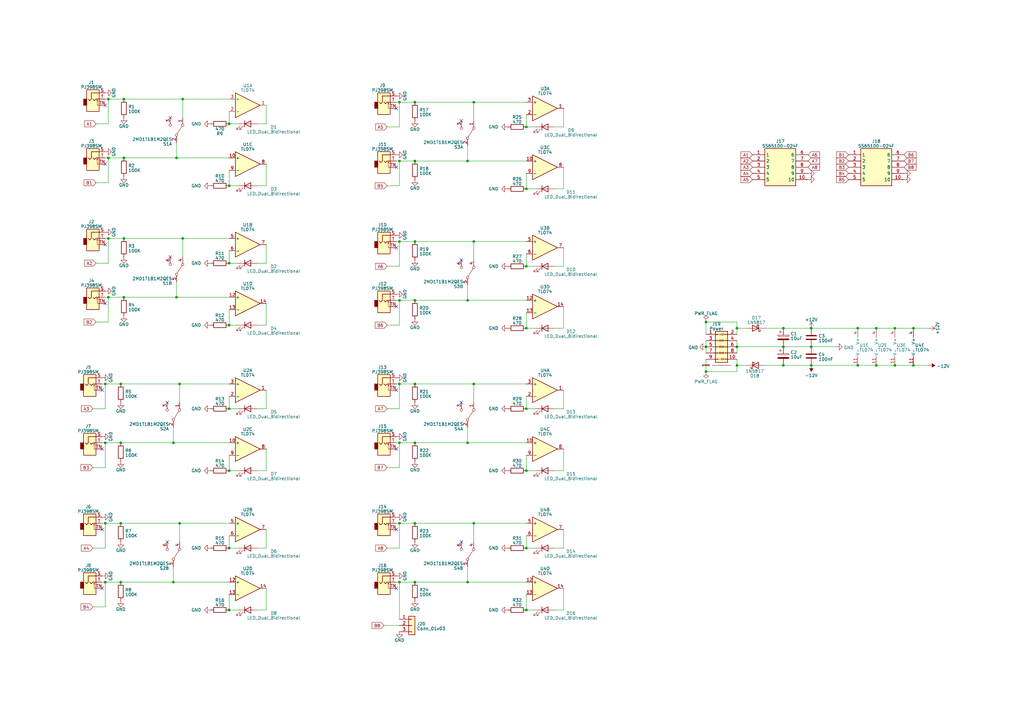
<source format=kicad_sch>
(kicad_sch (version 20230121) (generator eeschema)
  (paper "A3")
  (junction (at 170.18 123.19))
  (junction (at 49.53 157.48))
  (junction (at 215.9 250.19))
  (junction (at 74.93 97.79))
  (junction (at 194.31 41.91))
  (junction (at 72.39 64.77))
  (junction (at 93.98 250.19))
  (junction (at 332.74 142.24))
  (junction (at 163.83 238.76))
  (junction (at 93.98 76.2))
  (junction (at 74.93 40.64))
  (junction (at 170.18 214.63))
  (junction (at 49.53 181.61))
  (junction (at 194.31 99.06))
  (junction (at 49.53 238.76))
  (junction (at 93.98 224.79))
  (junction (at 71.12 238.76))
  (junction (at 374.65 149.86))
  (junction (at 163.83 157.48))
  (junction (at 215.9 52.07))
  (junction (at 170.18 99.06))
  (junction (at 163.83 41.91))
  (junction (at 359.41 149.86))
  (junction (at 73.66 157.48))
  (junction (at 215.9 193.04))
  (junction (at 163.83 99.06))
  (junction (at 49.53 214.63))
  (junction (at 289.56 142.24))
  (junction (at 44.45 40.64))
  (junction (at 44.45 97.79))
  (junction (at 332.74 149.86))
  (junction (at 93.98 107.95))
  (junction (at 72.39 121.92))
  (junction (at 44.45 121.92))
  (junction (at 215.9 134.62))
  (junction (at 302.26 134.62))
  (junction (at 191.77 181.61))
  (junction (at 194.31 157.48))
  (junction (at 321.31 149.86))
  (junction (at 50.8 97.79))
  (junction (at 191.77 66.04))
  (junction (at 170.18 181.61))
  (junction (at 170.18 66.04))
  (junction (at 93.98 193.04))
  (junction (at 215.9 109.22))
  (junction (at 332.74 134.62))
  (junction (at 289.56 132.08))
  (junction (at 191.77 238.76))
  (junction (at 289.56 152.4))
  (junction (at 170.18 238.76))
  (junction (at 302.26 142.24))
  (junction (at 93.98 133.35))
  (junction (at 93.98 167.64))
  (junction (at 374.65 134.62))
  (junction (at 194.31 214.63))
  (junction (at 215.9 77.47))
  (junction (at 359.41 134.62))
  (junction (at 50.8 121.92))
  (junction (at 163.83 123.19))
  (junction (at 351.79 134.62))
  (junction (at 50.8 64.77))
  (junction (at 321.31 134.62))
  (junction (at 170.18 157.48))
  (junction (at 43.18 214.63))
  (junction (at 71.12 181.61))
  (junction (at 93.98 50.8))
  (junction (at 191.77 123.19))
  (junction (at 367.03 149.86))
  (junction (at 44.45 64.77))
  (junction (at 43.18 181.61))
  (junction (at 43.18 157.48))
  (junction (at 50.8 40.64))
  (junction (at 170.18 41.91))
  (junction (at 351.79 149.86))
  (junction (at 321.31 142.24))
  (junction (at 163.83 214.63))
  (junction (at 163.83 66.04))
  (junction (at 367.03 134.62))
  (junction (at 215.9 167.64))
  (junction (at 73.66 214.63))
  (junction (at 43.18 238.76))
  (junction (at 302.26 149.86))
  (junction (at 215.9 224.79))
  (junction (at 163.83 181.61))
  (no_connect (at 43.18 124.46))
  (no_connect (at 41.91 217.17))
  (no_connect (at 189.23 222.25))
  (no_connect (at 68.58 165.1))
  (no_connect (at 162.56 101.6))
  (no_connect (at 162.56 184.15))
  (no_connect (at 68.58 222.25))
  (no_connect (at 162.56 44.45))
  (no_connect (at 189.23 106.68))
  (no_connect (at 41.91 184.15))
  (no_connect (at 43.18 43.18))
  (no_connect (at 43.18 67.31))
  (no_connect (at 162.56 125.73))
  (no_connect (at 162.56 160.02))
  (no_connect (at 162.56 217.17))
  (no_connect (at 69.85 48.26))
  (no_connect (at 162.56 68.58))
  (no_connect (at 69.85 105.41))
  (no_connect (at 189.23 49.53))
  (no_connect (at 162.56 241.3))
  (no_connect (at 43.18 100.33))
  (no_connect (at 41.91 241.3))
  (no_connect (at 189.23 165.1))
  (no_connect (at 41.91 160.02))
  (wire (pts (xy 215.9 224.79) (xy 215.9 219.71)))
  (wire (pts (xy 215.9 250.19) (xy 219.71 250.19)))
  (wire (pts (xy 109.22 224.79) (xy 109.22 217.17)))
  (wire (pts (xy 93.98 167.64) (xy 97.79 167.64)))
  (wire (pts (xy 109.22 133.35) (xy 109.22 124.46)))
  (wire (pts (xy 215.9 250.19) (xy 215.9 243.84)))
  (wire (pts (xy 163.83 191.77) (xy 163.83 181.61)))
  (wire (pts (xy 105.41 250.19) (xy 109.22 250.19)))
  (wire (pts (xy 71.12 181.61) (xy 93.98 181.61)))
  (wire (pts (xy 332.74 149.86) (xy 351.79 149.86)))
  (wire (pts (xy 194.31 99.06) (xy 215.9 99.06)))
  (wire (pts (xy 39.37 74.93) (xy 44.45 74.93)))
  (wire (pts (xy 43.18 214.63) (xy 49.53 214.63)))
  (wire (pts (xy 302.26 142.24) (xy 302.26 139.7)))
  (wire (pts (xy 43.18 181.61) (xy 41.91 181.61)))
  (wire (pts (xy 302.26 142.24) (xy 321.31 142.24)))
  (wire (pts (xy 359.41 149.86) (xy 367.03 149.86)))
  (wire (pts (xy 170.18 123.19) (xy 163.83 123.19)))
  (wire (pts (xy 105.41 133.35) (xy 109.22 133.35)))
  (wire (pts (xy 215.9 109.22) (xy 219.71 109.22)))
  (wire (pts (xy 49.53 157.48) (xy 73.66 157.48)))
  (wire (pts (xy 321.31 149.86) (xy 332.74 149.86)))
  (wire (pts (xy 191.77 232.41) (xy 191.77 238.76)))
  (wire (pts (xy 170.18 99.06) (xy 194.31 99.06)))
  (wire (pts (xy 50.8 121.92) (xy 44.45 121.92)))
  (wire (pts (xy 194.31 214.63) (xy 215.9 214.63)))
  (wire (pts (xy 313.69 134.62) (xy 321.31 134.62)))
  (wire (pts (xy 227.33 77.47) (xy 231.14 77.47)))
  (wire (pts (xy 374.65 134.62) (xy 381 134.62)))
  (wire (pts (xy 302.26 144.78) (xy 302.26 142.24)))
  (wire (pts (xy 44.45 121.92) (xy 43.18 121.92)))
  (wire (pts (xy 215.9 193.04) (xy 219.71 193.04)))
  (wire (pts (xy 194.31 99.06) (xy 194.31 106.68)))
  (wire (pts (xy 93.98 50.8) (xy 97.79 50.8)))
  (wire (pts (xy 109.22 76.2) (xy 109.22 67.31)))
  (wire (pts (xy 38.1 224.79) (xy 43.18 224.79)))
  (wire (pts (xy 93.98 107.95) (xy 97.79 107.95)))
  (wire (pts (xy 72.39 58.42) (xy 72.39 64.77)))
  (wire (pts (xy 231.14 224.79) (xy 231.14 217.17)))
  (wire (pts (xy 231.14 134.62) (xy 231.14 125.73)))
  (wire (pts (xy 163.83 76.2) (xy 163.83 66.04)))
  (wire (pts (xy 302.26 134.62) (xy 302.26 137.16)))
  (wire (pts (xy 109.22 193.04) (xy 109.22 184.15)))
  (wire (pts (xy 49.53 214.63) (xy 73.66 214.63)))
  (wire (pts (xy 44.45 50.8) (xy 44.45 40.64)))
  (wire (pts (xy 215.9 52.07) (xy 215.9 46.99)))
  (wire (pts (xy 191.77 66.04) (xy 215.9 66.04)))
  (wire (pts (xy 215.9 128.27) (xy 215.9 134.62)))
  (wire (pts (xy 215.9 52.07) (xy 219.71 52.07)))
  (wire (pts (xy 93.98 167.64) (xy 93.98 162.56)))
  (wire (pts (xy 215.9 167.64) (xy 215.9 162.56)))
  (wire (pts (xy 194.31 157.48) (xy 194.31 165.1)))
  (wire (pts (xy 158.75 52.07) (xy 163.83 52.07)))
  (wire (pts (xy 38.1 191.77) (xy 43.18 191.77)))
  (wire (pts (xy 163.83 123.19) (xy 162.56 123.19)))
  (wire (pts (xy 50.8 97.79) (xy 74.93 97.79)))
  (wire (pts (xy 215.9 167.64) (xy 219.71 167.64)))
  (wire (pts (xy 49.53 238.76) (xy 43.18 238.76)))
  (wire (pts (xy 105.41 107.95) (xy 109.22 107.95)))
  (wire (pts (xy 105.41 193.04) (xy 109.22 193.04)))
  (wire (pts (xy 93.98 250.19) (xy 97.79 250.19)))
  (wire (pts (xy 191.77 175.26) (xy 191.77 181.61)))
  (wire (pts (xy 313.69 149.86) (xy 321.31 149.86)))
  (wire (pts (xy 105.41 50.8) (xy 109.22 50.8)))
  (wire (pts (xy 93.98 107.95) (xy 93.98 102.87)))
  (wire (pts (xy 72.39 115.57) (xy 72.39 121.92)))
  (wire (pts (xy 231.14 167.64) (xy 231.14 160.02)))
  (wire (pts (xy 93.98 224.79) (xy 93.98 219.71)))
  (wire (pts (xy 50.8 40.64) (xy 74.93 40.64)))
  (wire (pts (xy 49.53 181.61) (xy 71.12 181.61)))
  (wire (pts (xy 374.65 149.86) (xy 381 149.86)))
  (wire (pts (xy 231.14 109.22) (xy 231.14 101.6)))
  (wire (pts (xy 93.98 250.19) (xy 93.98 243.84)))
  (wire (pts (xy 302.26 134.62) (xy 306.07 134.62)))
  (wire (pts (xy 43.18 238.76) (xy 41.91 238.76)))
  (wire (pts (xy 109.22 250.19) (xy 109.22 241.3)))
  (wire (pts (xy 72.39 121.92) (xy 93.98 121.92)))
  (wire (pts (xy 215.9 77.47) (xy 215.9 71.12)))
  (wire (pts (xy 170.18 41.91) (xy 194.31 41.91)))
  (wire (pts (xy 231.14 193.04) (xy 231.14 184.15)))
  (wire (pts (xy 231.14 52.07) (xy 231.14 44.45)))
  (wire (pts (xy 289.56 152.4) (xy 302.26 152.4)))
  (wire (pts (xy 43.18 224.79) (xy 43.18 214.63)))
  (wire (pts (xy 194.31 41.91) (xy 194.31 49.53)))
  (wire (pts (xy 367.03 149.86) (xy 374.65 149.86)))
  (wire (pts (xy 227.33 250.19) (xy 231.14 250.19)))
  (wire (pts (xy 227.33 134.62) (xy 231.14 134.62)))
  (wire (pts (xy 321.31 142.24) (xy 332.74 142.24)))
  (wire (pts (xy 215.9 77.47) (xy 219.71 77.47)))
  (wire (pts (xy 93.98 76.2) (xy 93.98 69.85)))
  (wire (pts (xy 158.75 167.64) (xy 163.83 167.64)))
  (wire (pts (xy 163.83 238.76) (xy 162.56 238.76)))
  (wire (pts (xy 109.22 50.8) (xy 109.22 43.18)))
  (wire (pts (xy 170.18 238.76) (xy 163.83 238.76)))
  (wire (pts (xy 73.66 214.63) (xy 93.98 214.63)))
  (wire (pts (xy 227.33 224.79) (xy 231.14 224.79)))
  (wire (pts (xy 44.45 107.95) (xy 44.45 97.79)))
  (wire (pts (xy 359.41 134.62) (xy 367.03 134.62)))
  (wire (pts (xy 215.9 193.04) (xy 215.9 186.69)))
  (wire (pts (xy 170.18 238.76) (xy 191.77 238.76)))
  (wire (pts (xy 93.98 133.35) (xy 93.98 127)))
  (wire (pts (xy 71.12 232.41) (xy 71.12 238.76)))
  (wire (pts (xy 163.83 238.76) (xy 163.83 254)))
  (wire (pts (xy 191.77 123.19) (xy 215.9 123.19)))
  (wire (pts (xy 191.77 59.69) (xy 191.77 66.04)))
  (wire (pts (xy 163.83 157.48) (xy 170.18 157.48)))
  (wire (pts (xy 170.18 123.19) (xy 191.77 123.19)))
  (wire (pts (xy 163.83 99.06) (xy 170.18 99.06)))
  (wire (pts (xy 215.9 224.79) (xy 219.71 224.79)))
  (wire (pts (xy 367.03 134.62) (xy 374.65 134.62)))
  (wire (pts (xy 43.18 167.64) (xy 43.18 157.48)))
  (wire (pts (xy 289.56 137.16) (xy 289.56 132.08)))
  (wire (pts (xy 170.18 181.61) (xy 163.83 181.61)))
  (wire (pts (xy 231.14 250.19) (xy 231.14 241.3)))
  (wire (pts (xy 93.98 50.8) (xy 93.98 45.72)))
  (wire (pts (xy 289.56 142.24) (xy 289.56 144.78)))
  (wire (pts (xy 163.83 66.04) (xy 162.56 66.04)))
  (wire (pts (xy 191.77 238.76) (xy 215.9 238.76)))
  (wire (pts (xy 93.98 193.04) (xy 97.79 193.04)))
  (wire (pts (xy 215.9 134.62) (xy 219.71 134.62)))
  (wire (pts (xy 227.33 167.64) (xy 231.14 167.64)))
  (wire (pts (xy 289.56 132.08) (xy 302.26 132.08)))
  (wire (pts (xy 158.75 133.35) (xy 163.83 133.35)))
  (wire (pts (xy 72.39 64.77) (xy 93.98 64.77)))
  (wire (pts (xy 41.91 214.63) (xy 43.18 214.63)))
  (wire (pts (xy 227.33 193.04) (xy 231.14 193.04)))
  (wire (pts (xy 302.26 149.86) (xy 302.26 147.32)))
  (wire (pts (xy 162.56 157.48) (xy 163.83 157.48)))
  (wire (pts (xy 163.83 109.22) (xy 163.83 99.06)))
  (wire (pts (xy 289.56 139.7) (xy 289.56 142.24)))
  (wire (pts (xy 332.74 142.24) (xy 342.9 142.24)))
  (wire (pts (xy 302.26 149.86) (xy 302.26 152.4)))
  (wire (pts (xy 50.8 64.77) (xy 72.39 64.77)))
  (wire (pts (xy 105.41 167.64) (xy 109.22 167.64)))
  (wire (pts (xy 194.31 157.48) (xy 215.9 157.48)))
  (wire (pts (xy 44.45 132.08) (xy 44.45 121.92)))
  (wire (pts (xy 50.8 64.77) (xy 44.45 64.77)))
  (wire (pts (xy 227.33 109.22) (xy 231.14 109.22)))
  (wire (pts (xy 163.83 224.79) (xy 163.83 214.63)))
  (wire (pts (xy 109.22 167.64) (xy 109.22 160.02)))
  (wire (pts (xy 93.98 224.79) (xy 97.79 224.79)))
  (wire (pts (xy 74.93 97.79) (xy 74.93 105.41)))
  (wire (pts (xy 74.93 40.64) (xy 74.93 48.26)))
  (wire (pts (xy 163.83 167.64) (xy 163.83 157.48)))
  (wire (pts (xy 38.1 167.64) (xy 43.18 167.64)))
  (wire (pts (xy 163.83 41.91) (xy 170.18 41.91)))
  (wire (pts (xy 49.53 181.61) (xy 43.18 181.61)))
  (wire (pts (xy 170.18 214.63) (xy 194.31 214.63)))
  (wire (pts (xy 321.31 134.62) (xy 332.74 134.62)))
  (wire (pts (xy 44.45 97.79) (xy 50.8 97.79)))
  (wire (pts (xy 43.18 40.64) (xy 44.45 40.64)))
  (wire (pts (xy 74.93 97.79) (xy 93.98 97.79)))
  (wire (pts (xy 73.66 214.63) (xy 73.66 222.25)))
  (wire (pts (xy 71.12 238.76) (xy 93.98 238.76)))
  (wire (pts (xy 44.45 40.64) (xy 50.8 40.64)))
  (wire (pts (xy 158.75 191.77) (xy 163.83 191.77)))
  (wire (pts (xy 93.98 133.35) (xy 97.79 133.35)))
  (wire (pts (xy 163.83 181.61) (xy 162.56 181.61)))
  (wire (pts (xy 215.9 109.22) (xy 215.9 104.14)))
  (wire (pts (xy 302.26 132.08) (xy 302.26 134.62)))
  (wire (pts (xy 162.56 41.91) (xy 163.83 41.91)))
  (wire (pts (xy 191.77 181.61) (xy 215.9 181.61)))
  (wire (pts (xy 170.18 181.61) (xy 191.77 181.61)))
  (wire (pts (xy 105.41 76.2) (xy 109.22 76.2)))
  (wire (pts (xy 163.83 133.35) (xy 163.83 123.19)))
  (wire (pts (xy 74.93 40.64) (xy 93.98 40.64)))
  (wire (pts (xy 93.98 76.2) (xy 97.79 76.2)))
  (wire (pts (xy 302.26 149.86) (xy 306.07 149.86)))
  (wire (pts (xy 170.18 66.04) (xy 163.83 66.04)))
  (wire (pts (xy 43.18 191.77) (xy 43.18 181.61)))
  (wire (pts (xy 351.79 149.86) (xy 359.41 149.86)))
  (wire (pts (xy 194.31 41.91) (xy 215.9 41.91)))
  (wire (pts (xy 43.18 97.79) (xy 44.45 97.79)))
  (wire (pts (xy 39.37 50.8) (xy 44.45 50.8)))
  (wire (pts (xy 44.45 64.77) (xy 43.18 64.77)))
  (wire (pts (xy 158.75 109.22) (xy 163.83 109.22)))
  (wire (pts (xy 163.83 52.07) (xy 163.83 41.91)))
  (wire (pts (xy 170.18 157.48) (xy 194.31 157.48)))
  (wire (pts (xy 105.41 224.79) (xy 109.22 224.79)))
  (wire (pts (xy 44.45 74.93) (xy 44.45 64.77)))
  (wire (pts (xy 227.33 52.07) (xy 231.14 52.07)))
  (wire (pts (xy 109.22 107.95) (xy 109.22 100.33)))
  (wire (pts (xy 39.37 107.95) (xy 44.45 107.95)))
  (wire (pts (xy 39.37 132.08) (xy 44.45 132.08)))
  (wire (pts (xy 73.66 157.48) (xy 93.98 157.48)))
  (wire (pts (xy 163.83 214.63) (xy 170.18 214.63)))
  (wire (pts (xy 73.66 157.48) (xy 73.66 165.1)))
  (wire (pts (xy 158.75 224.79) (xy 163.83 224.79)))
  (wire (pts (xy 194.31 214.63) (xy 194.31 222.25)))
  (wire (pts (xy 231.14 77.47) (xy 231.14 68.58)))
  (wire (pts (xy 38.1 248.92) (xy 43.18 248.92)))
  (wire (pts (xy 71.12 175.26) (xy 71.12 181.61)))
  (wire (pts (xy 351.79 134.62) (xy 359.41 134.62)))
  (wire (pts (xy 49.53 238.76) (xy 71.12 238.76)))
  (wire (pts (xy 289.56 147.32) (xy 289.56 152.4)))
  (wire (pts (xy 93.98 193.04) (xy 93.98 186.69)))
  (wire (pts (xy 41.91 157.48) (xy 43.18 157.48)))
  (wire (pts (xy 158.75 76.2) (xy 163.83 76.2)))
  (wire (pts (xy 43.18 248.92) (xy 43.18 238.76)))
  (wire (pts (xy 157.48 256.54) (xy 163.83 256.54)))
  (wire (pts (xy 162.56 214.63) (xy 163.83 214.63)))
  (wire (pts (xy 191.77 116.84) (xy 191.77 123.19)))
  (wire (pts (xy 43.18 157.48) (xy 49.53 157.48)))
  (wire (pts (xy 50.8 121.92) (xy 72.39 121.92)))
  (wire (pts (xy 170.18 66.04) (xy 191.77 66.04)))
  (wire (pts (xy 162.56 99.06) (xy 163.83 99.06)))
  (wire (pts (xy 332.74 134.62) (xy 351.79 134.62)))
  (global_label "A8" (shape input) (at 158.75 224.79 180) (property "Intersheetrefs" "${INTERSHEET_REFS}" (effects hide)))
  (global_label "B5" (shape input) (at 347.98 73.66 180) (property "Intersheetrefs" "${INTERSHEET_REFS}" (effects hide)))
  (global_label "A7" (shape input) (at 331.47 66.04 0) (property "Intersheetrefs" "${INTERSHEET_REFS}" (effects hide)))
  (global_label "B6" (shape input) (at 370.84 63.5 0) (property "Intersheetrefs" "${INTERSHEET_REFS}" (effects hide)))
  (global_label "B8" (shape input) (at 370.84 68.58 0) (property "Intersheetrefs" "${INTERSHEET_REFS}" (effects hide)))
  (global_label "B7" (shape input) (at 158.75 191.77 180) (property "Intersheetrefs" "${INTERSHEET_REFS}" (effects hide)))
  (global_label "A1" (shape input) (at 39.37 50.8 180) (property "Intersheetrefs" "${INTERSHEET_REFS}" (effects hide)))
  (global_label "B5" (shape input) (at 158.75 76.2 180) (property "Intersheetrefs" "${INTERSHEET_REFS}" (effects hide)))
  (global_label "B1" (shape input) (at 39.37 74.93 180) (property "Intersheetrefs" "${INTERSHEET_REFS}" (effects hide)))
  (global_label "B7" (shape input) (at 370.84 66.04 0) (property "Intersheetrefs" "${INTERSHEET_REFS}" (effects hide)))
  (global_label "A3" (shape input) (at 308.61 68.58 180) (property "Intersheetrefs" "${INTERSHEET_REFS}" (effects hide)))
  (global_label "A5" (shape input) (at 158.75 52.07 180) (property "Intersheetrefs" "${INTERSHEET_REFS}" (effects hide)))
  (global_label "B4" (shape input) (at 38.1 248.92 180) (property "Intersheetrefs" "${INTERSHEET_REFS}" (effects hide)))
  (global_label "A6" (shape input) (at 331.47 63.5 0) (property "Intersheetrefs" "${INTERSHEET_REFS}" (effects hide)))
  (global_label "A2" (shape input) (at 39.37 107.95 180) (property "Intersheetrefs" "${INTERSHEET_REFS}" (effects hide)))
  (global_label "B4" (shape input) (at 347.98 71.12 180) (property "Intersheetrefs" "${INTERSHEET_REFS}" (effects hide)))
  (global_label "A4" (shape input) (at 38.1 224.79 180) (property "Intersheetrefs" "${INTERSHEET_REFS}" (effects hide)))
  (global_label "B2" (shape input) (at 39.37 132.08 180) (property "Intersheetrefs" "${INTERSHEET_REFS}" (effects hide)))
  (global_label "A4" (shape input) (at 308.61 71.12 180) (property "Intersheetrefs" "${INTERSHEET_REFS}" (effects hide)))
  (global_label "B6" (shape input) (at 158.75 133.35 180) (property "Intersheetrefs" "${INTERSHEET_REFS}" (effects hide)))
  (global_label "B2" (shape input) (at 347.98 66.04 180) (property "Intersheetrefs" "${INTERSHEET_REFS}" (effects hide)))
  (global_label "A1" (shape input) (at 308.61 63.5 180) (property "Intersheetrefs" "${INTERSHEET_REFS}" (effects hide)))
  (global_label "B1" (shape input) (at 347.98 63.5 180) (property "Intersheetrefs" "${INTERSHEET_REFS}" (effects hide)))
  (global_label "B8" (shape input) (at 157.48 256.54 180) (property "Intersheetrefs" "${INTERSHEET_REFS}" (effects hide)))
  (global_label "A7" (shape input) (at 158.75 167.64 180) (property "Intersheetrefs" "${INTERSHEET_REFS}" (effects hide)))
  (global_label "A8" (shape input) (at 331.47 68.58 0) (property "Intersheetrefs" "${INTERSHEET_REFS}" (effects hide)))
  (global_label "A3" (shape input) (at 38.1 167.64 180) (property "Intersheetrefs" "${INTERSHEET_REFS}" (effects hide)))
  (global_label "A2" (shape input) (at 308.61 66.04 180) (property "Intersheetrefs" "${INTERSHEET_REFS}" (effects hide)))
  (global_label "A5" (shape input) (at 308.61 73.66 180) (property "Intersheetrefs" "${INTERSHEET_REFS}" (effects hide)))
  (global_label "B3" (shape input) (at 38.1 191.77 180) (property "Intersheetrefs" "${INTERSHEET_REFS}" (effects hide)))
  (global_label "A6" (shape input) (at 158.75 109.22 180) (property "Intersheetrefs" "${INTERSHEET_REFS}" (effects hide)))
  (global_label "B3" (shape input) (at 347.98 68.58 180) (property "Intersheetrefs" "${INTERSHEET_REFS}" (effects hide)))
  (symbol (lib_id "Switch:SW_DPDT_x2") (at 191.77 227.33 270) (mirror x) (unit 2)
    (property "Reference" "S4" (at 189.992 233.0537 90) (effects (justify right)))
    (property "Value" "2MD1T1B1M2QES" (at 189.992 231.1327 90) (effects (justify right)))
    (property "Footprint" "2MD1T1B1M2QES:2MD1T1B1M2QES" (effects hide))
    (property "Height" "23.63" (effects hide))
    (property "Mouser Part Number" "118-2MD1T1B1M2QES" (effects hide))
    (property "Mouser Price/Stock" "https://www.mouser.co.uk/ProductDetail/Dailywell/2MD1T1B1M2QES?qs=B6kkDfuK7%2FBWMyk0fkGr3g%3D%3D" (effects hide))
    (property "Manufacturer_Name" "Dailywell" (effects hide))
    (property "Manufacturer_Part_Number" "2MD1T1B1M2QES" (effects hide))
  )
  (symbol (lib_id "Device:LED") (at 223.52 224.79 0) (unit 1)
    (property "Reference" "D14" (at 234.1753 226.1235 0))
    (property "Value" "LED_Dual_Bidirectional" (at 234.1753 228.0445 0))
    (property "Footprint" "LED_THT:LED_D3.0mm" (effects hide))
  )
  (symbol (lib_id "Ethernet SS65100-024F:SS65100-024F") (at 347.98 63.5 0) (unit 1)
    (property "Reference" "J18" (at 359.41 57.9501 0))
    (property "Value" "SS65100-024F" (at 359.41 59.8711 0))
    (property "Footprint" "SS65100-024F:SS65100024F" (effects hide))
    (property "Datasheet" "https://belfuse.com/resources/drawings/stewartconnector/dr-stw-ss65100-024f-ss65100-027f.pdf" (effects hide))
    (property "Height" "17" (effects hide))
    (property "Mouser Part Number" "530-SS65100-024F" (effects hide))
    (property "Mouser Price/Stock" "https://www.mouser.co.uk/ProductDetail/Stewart-Connector-Bel/SS65100-024F?qs=FESYatJ8odJ0ER7xQ6MZTA%3D%3D" (effects hide))
    (property "Manufacturer_Name" "BelFuse" (effects hide))
    (property "Manufacturer_Part_Number" "SS65100-024F" (effects hide))
  )
  (symbol (lib_id "Connector_Audio:AudioJack2_SwitchT") (at 38.1 121.92 0) (unit 1)
    (property "Reference" "J4" (at 37.465 115.1001 0))
    (property "Value" "PJ398SM" (at 37.465 117.0211 0))
    (property "Footprint" "PJ398SM:Jack_3.5mm_QingPu_WQP-PJ398SM_Vertical_CircularHoles_3dModel" (effects hide))
  )
  (symbol (lib_id "PCM_4ms_Power-symbol:GND") (at 342.9 142.24 90) (unit 1)
    (property "Reference" "#PWR053" (effects hide))
    (property "Value" "GND" (at 346.075 142.5568 90) (effects (justify right)))
  )
  (symbol (lib_id "PCM_4ms_Power-symbol:GND") (at 170.18 246.38 0) (unit 1)
    (property "Reference" "#PWR040" (effects hide))
    (property "Value" "GND" (at 170.18 249.8819 0))
  )
  (symbol (lib_id "PCM_4ms_Power-symbol:GND") (at 86.36 224.79 270) (unit 1)
    (property "Reference" "#PWR019" (effects hide))
    (property "Value" "GND" (at 82.55 224.79 90) (effects (justify right)))
  )
  (symbol (lib_id "Switch:SW_DPDT_x2") (at 72.39 110.49 270) (mirror x) (unit 2)
    (property "Reference" "S1" (at 70.612 116.2137 90) (effects (justify right)))
    (property "Value" "2MD1T1B1M2QES" (at 70.612 114.2927 90) (effects (justify right)))
    (property "Footprint" "2MD1T1B1M2QES:2MD1T1B1M2QES" (effects hide))
    (property "Height" "23.63" (effects hide))
    (property "Mouser Part Number" "118-2MD1T1B1M2QES" (effects hide))
    (property "Mouser Price/Stock" "https://www.mouser.co.uk/ProductDetail/Dailywell/2MD1T1B1M2QES?qs=B6kkDfuK7%2FBWMyk0fkGr3g%3D%3D" (effects hide))
    (property "Manufacturer_Name" "Dailywell" (effects hide))
    (property "Manufacturer_Part_Number" "2MD1T1B1M2QES" (effects hide))
  )
  (symbol (lib_id "Device:R") (at 49.53 185.42 180) (unit 1)
    (property "Reference" "R6" (at 51.308 184.7763 0) (effects (justify right)))
    (property "Value" "100K" (at 51.308 186.6973 0) (effects (justify right)))
    (property "Footprint" "Resistor_SMD:R_0603_1608Metric" (effects hide))
    (property "LCSC" "C25803" (effects hide))
  )
  (symbol (lib_id "Connector_Audio:AudioJack2_SwitchT") (at 157.48 66.04 0) (unit 1)
    (property "Reference" "J11" (at 156.845 59.2201 0))
    (property "Value" "PJ398SM" (at 156.845 61.1411 0))
    (property "Footprint" "PJ398SM:Jack_3.5mm_QingPu_WQP-PJ398SM_Vertical_CircularHoles_3dModel" (effects hide))
  )
  (symbol (lib_id "Device:R") (at 170.18 102.87 180) (unit 1)
    (property "Reference" "R19" (at 171.958 102.2263 0) (effects (justify right)))
    (property "Value" "100K" (at 171.958 104.1473 0) (effects (justify right)))
    (property "Footprint" "Resistor_SMD:R_0603_1608Metric" (effects hide))
    (property "LCSC" "C25803" (effects hide))
  )
  (symbol (lib_id "Amplifier_Operational:TL074") (at 101.6 241.3 0) (unit 4)
    (property "Reference" "U2" (at 101.6 233.2101 0))
    (property "Value" "TL074" (at 101.6 235.1311 0))
    (property "Footprint" "Package_SO:SO-14_3.9x8.65mm_P1.27mm" (effects hide))
    (property "Datasheet" "http://www.ti.com/lit/ds/symlink/tl071.pdf" (effects hide))
    (property "LCSC" "C6964" (effects hide))
  )
  (symbol (lib_id "PCM_4ms_Power-symbol:GND") (at 208.28 224.79 270) (unit 1)
    (property "Reference" "#PWR047" (effects hide))
    (property "Value" "GND" (at 204.47 224.79 90) (effects (justify right)))
  )
  (symbol (lib_id "PCM_4ms_Power-symbol:GND") (at 170.18 222.25 0) (mirror y) (unit 1)
    (property "Reference" "#PWR039" (effects hide))
    (property "Value" "GND" (at 170.18 225.7519 0))
  )
  (symbol (lib_id "PCM_4ms_Power-symbol:GND") (at 162.56 154.94 90) (mirror x) (unit 1)
    (property "Reference" "#PWR029" (effects hide))
    (property "Value" "GND" (at 166.0619 154.94 0))
  )
  (symbol (lib_id "PCM_4ms_Power-symbol:GND") (at 289.56 142.24 270) (unit 1)
    (property "Reference" "#PWR058" (effects hide))
    (property "Value" "GND" (at 286.3851 142.5568 90) (effects (justify right)))
  )
  (symbol (lib_id "power:+12V") (at 332.74 134.62 0) (unit 1)
    (property "Reference" "#PWR051" (effects hide))
    (property "Value" "+12V" (at 332.74 131.1181 0))
  )
  (symbol (lib_id "PCM_4ms_Power-symbol:GND") (at 50.8 48.26 0) (mirror y) (unit 1)
    (property "Reference" "#PWR013" (effects hide))
    (property "Value" "GND" (at 50.8 51.7619 0))
  )
  (symbol (lib_id "PCM_4ms_Power-symbol:GND") (at 43.18 95.25 90) (mirror x) (unit 1)
    (property "Reference" "#PWR07" (effects hide))
    (property "Value" "GND" (at 46.6819 95.25 0))
  )
  (symbol (lib_id "Device:R") (at 170.18 185.42 180) (unit 1)
    (property "Reference" "R22" (at 171.958 184.7763 0) (effects (justify right)))
    (property "Value" "100K" (at 171.958 186.6973 0) (effects (justify right)))
    (property "Footprint" "Resistor_SMD:R_0603_1608Metric" (effects hide))
    (property "LCSC" "C25803" (effects hide))
  )
  (symbol (lib_id "Device:R") (at 90.17 107.95 270) (mirror x) (unit 1)
    (property "Reference" "R11" (at 90.17 103.9241 90))
    (property "Value" "470" (at 90.17 105.8451 90))
    (property "Footprint" "Resistor_SMD:R_0603_1608Metric" (effects hide))
    (property "LCSC" "C23179" (effects hide))
  )
  (symbol (lib_id "Device:R") (at 170.18 127 180) (unit 1)
    (property "Reference" "R20" (at 171.958 126.3563 0) (effects (justify right)))
    (property "Value" "100K" (at 171.958 128.2773 0) (effects (justify right)))
    (property "Footprint" "Resistor_SMD:R_0603_1608Metric" (effects hide))
    (property "LCSC" "C25803" (effects hide))
  )
  (symbol (lib_id "PCM_4ms_Power-symbol:GND") (at 86.36 193.04 270) (unit 1)
    (property "Reference" "#PWR018" (effects hide))
    (property "Value" "GND" (at 82.55 193.04 90) (effects (justify right)))
  )
  (symbol (lib_id "PCM_4ms_Power-symbol:GND") (at 170.18 49.53 0) (mirror y) (unit 1)
    (property "Reference" "#PWR033" (effects hide))
    (property "Value" "GND" (at 170.18 53.0319 0))
  )
  (symbol (lib_id "Amplifier_Operational:TL074") (at 354.33 142.24 0) (unit 5)
    (property "Reference" "U1" (at 352.425 141.5963 0) (effects (justify left)))
    (property "Value" "TL074" (at 352.425 143.5173 0) (effects (justify left)))
    (property "Footprint" "Package_SO:SO-14_3.9x8.65mm_P1.27mm" (effects hide))
    (property "Datasheet" "http://www.ti.com/lit/ds/symlink/tl071.pdf" (effects hide))
    (property "LCSC" "C6964" (effects hide))
  )
  (symbol (lib_id "PCM_4ms_Power-symbol:GND") (at 43.18 62.23 90) (unit 1)
    (property "Reference" "#PWR06" (effects hide))
    (property "Value" "GND" (at 46.6819 62.23 0))
  )
  (symbol (lib_id "Switch:SW_DPDT_x2") (at 191.77 111.76 270) (mirror x) (unit 2)
    (property "Reference" "S3" (at 189.992 117.4837 90) (effects (justify right)))
    (property "Value" "2MD1T1B1M2QES" (at 189.992 115.5627 90) (effects (justify right)))
    (property "Footprint" "2MD1T1B1M2QES:2MD1T1B1M2QES" (effects hide))
    (property "Height" "23.63" (effects hide))
    (property "Mouser Part Number" "118-2MD1T1B1M2QES" (effects hide))
    (property "Mouser Price/Stock" "https://www.mouser.co.uk/ProductDetail/Dailywell/2MD1T1B1M2QES?qs=B6kkDfuK7%2FBWMyk0fkGr3g%3D%3D" (effects hide))
    (property "Manufacturer_Name" "Dailywell" (effects hide))
    (property "Manufacturer_Part_Number" "2MD1T1B1M2QES" (effects hide))
  )
  (symbol (lib_id "PCM_4ms_Power-symbol:GND") (at 43.18 38.1 90) (mirror x) (unit 1)
    (property "Reference" "#PWR05" (effects hide))
    (property "Value" "GND" (at 46.6819 38.1 0))
  )
  (symbol (lib_id "PCM_4ms_Power-symbol:GND") (at 331.47 71.12 90) (mirror x) (unit 1)
    (property "Reference" "#PWR049" (effects hide))
    (property "Value" "GND" (effects hide))
  )
  (symbol (lib_id "Device:LED") (at 101.6 224.79 0) (unit 1)
    (property "Reference" "D6" (at 112.2553 226.1235 0))
    (property "Value" "LED_Dual_Bidirectional" (at 112.2553 228.0445 0))
    (property "Footprint" "LED_THT:LED_D3.0mm" (effects hide))
  )
  (symbol (lib_id "PCM_4ms_Power-symbol:GND") (at 41.91 212.09 90) (mirror x) (unit 1)
    (property "Reference" "#PWR03" (effects hide))
    (property "Value" "GND" (at 45.4119 212.09 0))
  )
  (symbol (lib_id "PCM_4ms_Power-symbol:GND") (at 370.84 71.12 90) (mirror x) (unit 1)
    (property "Reference" "#PWR054" (effects hide))
    (property "Value" "GND" (effects hide))
  )
  (symbol (lib_id "Device:R") (at 170.18 161.29 180) (unit 1)
    (property "Reference" "R21" (at 171.958 160.6463 0) (effects (justify right)))
    (property "Value" "100K" (at 171.958 162.5673 0) (effects (justify right)))
    (property "Footprint" "Resistor_SMD:R_0603_1608Metric" (effects hide))
    (property "LCSC" "C25803" (effects hide))
  )
  (symbol (lib_id "PCM_4ms_Power-symbol:GND") (at 50.8 105.41 0) (mirror y) (unit 1)
    (property "Reference" "#PWR015" (effects hide))
    (property "Value" "GND" (at 50.8 108.9119 0))
  )
  (symbol (lib_id "PCM_4ms_Power-symbol:GND") (at 170.18 189.23 0) (unit 1)
    (property "Reference" "#PWR038" (effects hide))
    (property "Value" "GND" (at 170.18 192.7319 0))
  )
  (symbol (lib_id "Amplifier_Operational:TL074") (at 223.52 184.15 0) (unit 3)
    (property "Reference" "U4" (at 223.52 176.0601 0))
    (property "Value" "TL074" (at 223.52 177.9811 0))
    (property "Footprint" "Package_SO:SO-14_3.9x8.65mm_P1.27mm" (effects hide))
    (property "Datasheet" "http://www.ti.com/lit/ds/symlink/tl071.pdf" (effects hide))
    (property "LCSC" "C6964" (effects hide))
  )
  (symbol (lib_id "Amplifier_Operational:TL074") (at 101.6 43.18 0) (unit 1)
    (property "Reference" "U1" (at 101.6 35.0901 0))
    (property "Value" "TL074" (at 101.6 37.0111 0))
    (property "Footprint" "Package_SO:SO-14_3.9x8.65mm_P1.27mm" (effects hide))
    (property "Datasheet" "http://www.ti.com/lit/ds/symlink/tl071.pdf" (effects hide))
    (property "LCSC" "C6964" (effects hide))
  )
  (symbol (lib_id "power:-12V") (at 381 149.86 270) (unit 1)
    (property "Reference" "#PWR057" (effects hide))
    (property "Value" "-12V" (at 384.175 150.1768 90) (effects (justify left)))
  )
  (symbol (lib_id "Device:R") (at 212.09 109.22 270) (mirror x) (unit 1)
    (property "Reference" "R27" (at 212.09 105.1941 90))
    (property "Value" "470" (at 212.09 107.1151 90))
    (property "Footprint" "Resistor_SMD:R_0603_1608Metric" (effects hide))
    (property "LCSC" "C23179" (effects hide))
  )
  (symbol (lib_id "Switch:SW_DPDT_x2") (at 72.39 53.34 270) (mirror x) (unit 1)
    (property "Reference" "S1" (at 70.612 59.0637 90) (effects (justify right)))
    (property "Value" "2MD1T1B1M2QES" (at 70.612 57.1427 90) (effects (justify right)))
    (property "Footprint" "2MD1T1B1M2QES:2MD1T1B1M2QES" (effects hide))
    (property "Height" "23.63" (effects hide))
    (property "Mouser Part Number" "118-2MD1T1B1M2QES" (effects hide))
    (property "Mouser Price/Stock" "https://www.mouser.co.uk/ProductDetail/Dailywell/2MD1T1B1M2QES?qs=B6kkDfuK7%2FBWMyk0fkGr3g%3D%3D" (effects hide))
    (property "Manufacturer_Name" "Dailywell" (effects hide))
    (property "Manufacturer_Part_Number" "2MD1T1B1M2QES" (effects hide))
  )
  (symbol (lib_id "Device:LED") (at 223.52 77.47 0) (unit 1)
    (property "Reference" "D11" (at 234.1753 78.8035 0))
    (property "Value" "LED_Dual_Bidirectional" (at 234.1753 80.7245 0))
    (property "Footprint" "LED_THT:LED_D3.0mm" (effects hide))
  )
  (symbol (lib_id "power:+12V") (at 381 134.62 270) (unit 1)
    (property "Reference" "#PWR056" (effects hide))
    (property "Value" "+12V" (at 384.5019 134.62 0))
  )
  (symbol (lib_id "Connector_Audio:AudioJack2_SwitchT") (at 157.48 99.06 0) (unit 1)
    (property "Reference" "J10" (at 156.845 92.2401 0))
    (property "Value" "PJ398SM" (at 156.845 94.1611 0))
    (property "Footprint" "PJ398SM:Jack_3.5mm_QingPu_WQP-PJ398SM_Vertical_CircularHoles_3dModel" (effects hide))
  )
  (symbol (lib_id "Connector_Audio:AudioJack2_SwitchT") (at 36.83 214.63 0) (unit 1)
    (property "Reference" "J6" (at 36.195 207.8101 0))
    (property "Value" "PJ398SM" (at 36.195 209.7311 0))
    (property "Footprint" "PJ398SM:Jack_3.5mm_QingPu_WQP-PJ398SM_Vertical_CircularHoles_3dModel" (effects hide))
  )
  (symbol (lib_id "Connector_Audio:AudioJack2_SwitchT") (at 157.48 41.91 0) (unit 1)
    (property "Reference" "J9" (at 156.845 35.0901 0))
    (property "Value" "PJ398SM" (at 156.845 37.0111 0))
    (property "Footprint" "PJ398SM:Jack_3.5mm_QingPu_WQP-PJ398SM_Vertical_CircularHoles_3dModel" (effects hide))
  )
  (symbol (lib_id "PCM_4ms_Power-symbol:GND") (at 86.36 167.64 270) (unit 1)
    (property "Reference" "#PWR017" (effects hide))
    (property "Value" "GND" (at 82.55 167.64 90) (effects (justify right)))
  )
  (symbol (lib_id "Ethernet SS65100-024F:SS65100-024F") (at 308.61 63.5 0) (unit 1)
    (property "Reference" "J17" (at 320.04 57.9501 0))
    (property "Value" "SS65100-024F" (at 320.04 59.8711 0))
    (property "Footprint" "SS65100-024F:SS65100024F" (effects hide))
    (property "Datasheet" "https://belfuse.com/resources/drawings/stewartconnector/dr-stw-ss65100-024f-ss65100-027f.pdf" (effects hide))
    (property "Height" "17" (effects hide))
    (property "Mouser Part Number" "530-SS65100-024F" (effects hide))
    (property "Mouser Price/Stock" "https://www.mouser.co.uk/ProductDetail/Stewart-Connector-Bel/SS65100-024F?qs=FESYatJ8odJ0ER7xQ6MZTA%3D%3D" (effects hide))
    (property "Manufacturer_Name" "BelFuse" (effects hide))
    (property "Manufacturer_Part_Number" "SS65100-024F" (effects hide))
  )
  (symbol (lib_id "PCM_4ms_Power-symbol:GND") (at 41.91 236.22 90) (unit 1)
    (property "Reference" "#PWR04" (effects hide))
    (property "Value" "GND" (at 45.4119 236.22 0))
  )
  (symbol (lib_id "Device:LED") (at 101.6 250.19 0) (unit 1)
    (property "Reference" "D8" (at 112.2553 251.5235 0))
    (property "Value" "LED_Dual_Bidirectional" (at 112.2553 253.4445 0))
    (property "Footprint" "LED_THT:LED_D3.0mm" (effects hide))
  )
  (symbol (lib_id "Device:R") (at 212.09 77.47 90) (unit 1)
    (property "Reference" "R26" (at 212.09 73.4441 90))
    (property "Value" "470" (at 212.09 75.3651 90))
    (property "Footprint" "Resistor_SMD:R_0603_1608Metric" (effects hide))
    (property "LCSC" "C23179" (effects hide))
  )
  (symbol (lib_id "Amplifier_Operational:TL074") (at 101.6 124.46 0) (unit 4)
    (property "Reference" "U1" (at 101.6 116.3701 0))
    (property "Value" "TL074" (at 101.6 118.2911 0))
    (property "Footprint" "Package_SO:SO-14_3.9x8.65mm_P1.27mm" (effects hide))
    (property "Datasheet" "http://www.ti.com/lit/ds/symlink/tl071.pdf" (effects hide))
    (property "LCSC" "C6964" (effects hide))
  )
  (symbol (lib_id "Switch:SW_DPDT_x2") (at 71.12 227.33 270) (mirror x) (unit 2)
    (property "Reference" "S2" (at 69.342 233.0537 90) (effects (justify right)))
    (property "Value" "2MD1T1B1M2QES" (at 69.342 231.1327 90) (effects (justify right)))
    (property "Footprint" "2MD1T1B1M2QES:2MD1T1B1M2QES" (effects hide))
    (property "Height" "23.63" (effects hide))
    (property "Mouser Part Number" "118-2MD1T1B1M2QES" (effects hide))
    (property "Mouser Price/Stock" "https://www.mouser.co.uk/ProductDetail/Dailywell/2MD1T1B1M2QES?qs=B6kkDfuK7%2FBWMyk0fkGr3g%3D%3D" (effects hide))
    (property "Manufacturer_Name" "Dailywell" (effects hide))
    (property "Manufacturer_Part_Number" "2MD1T1B1M2QES" (effects hide))
  )
  (symbol (lib_id "Device:LED") (at 101.6 167.64 0) (unit 1)
    (property "Reference" "D5" (at 112.2553 168.9735 0))
    (property "Value" "LED_Dual_Bidirectional" (at 112.2553 170.8945 0))
    (property "Footprint" "LED_THT:LED_D3.0mm" (effects hide))
  )
  (symbol (lib_id "power:-12V") (at 332.74 149.86 180) (unit 1)
    (property "Reference" "#PWR052" (effects hide))
    (property "Value" "-12V" (at 332.74 153.9955 0))
  )
  (symbol (lib_id "Switch:SW_DPDT_x2") (at 191.77 170.18 270) (mirror x) (unit 1)
    (property "Reference" "S4" (at 189.992 175.9037 90) (effects (justify right)))
    (property "Value" "2MD1T1B1M2QES" (at 189.992 173.9827 90) (effects (justify right)))
    (property "Footprint" "2MD1T1B1M2QES:2MD1T1B1M2QES" (effects hide))
    (property "Height" "23.63" (effects hide))
    (property "Mouser Part Number" "118-2MD1T1B1M2QES" (effects hide))
    (property "Mouser Price/Stock" "https://www.mouser.co.uk/ProductDetail/Dailywell/2MD1T1B1M2QES?qs=B6kkDfuK7%2FBWMyk0fkGr3g%3D%3D" (effects hide))
    (property "Manufacturer_Name" "Dailywell" (effects hide))
    (property "Manufacturer_Part_Number" "2MD1T1B1M2QES" (effects hide))
  )
  (symbol (lib_id "PCM_4ms_Power-symbol:GND") (at 86.36 50.8 270) (unit 1)
    (property "Reference" "#PWR021" (effects hide))
    (property "Value" "GND" (at 82.55 50.8 90) (effects (justify right)))
  )
  (symbol (lib_id "PCM_4ms_Power-symbol:GND") (at 162.56 179.07 90) (unit 1)
    (property "Reference" "#PWR030" (effects hide))
    (property "Value" "GND" (at 166.0619 179.07 0))
  )
  (symbol (lib_id "Amplifier_Operational:TL074") (at 223.52 101.6 0) (unit 2)
    (property "Reference" "U3" (at 223.52 93.5101 0))
    (property "Value" "TL074" (at 223.52 95.4311 0))
    (property "Footprint" "Package_SO:SO-14_3.9x8.65mm_P1.27mm" (effects hide))
    (property "Datasheet" "http://www.ti.com/lit/ds/symlink/tl071.pdf" (effects hide))
    (property "LCSC" "C6964" (effects hide))
  )
  (symbol (lib_id "Device:R") (at 90.17 76.2 90) (unit 1)
    (property "Reference" "R10" (at 90.17 72.1741 90))
    (property "Value" "470" (at 90.17 74.0951 90))
    (property "Footprint" "Resistor_SMD:R_0603_1608Metric" (effects hide))
    (property "LCSC" "C23179" (effects hide))
  )
  (symbol (lib_id "Device:R") (at 90.17 193.04 90) (unit 1)
    (property "Reference" "R14" (at 90.17 189.0141 90))
    (property "Value" "470" (at 90.17 190.9351 90))
    (property "Footprint" "Resistor_SMD:R_0603_1608Metric" (effects hide))
    (property "LCSC" "C23179" (effects hide))
  )
  (symbol (lib_id "Connector_Audio:AudioJack2_SwitchT") (at 38.1 97.79 0) (unit 1)
    (property "Reference" "J2" (at 37.465 90.9701 0))
    (property "Value" "PJ398SM" (at 37.465 92.8911 0))
    (property "Footprint" "PJ398SM:Jack_3.5mm_QingPu_WQP-PJ398SM_Vertical_CircularHoles_3dModel" (effects hide))
  )
  (symbol (lib_id "PCM_4ms_Power-symbol:GND") (at 208.28 167.64 270) (unit 1)
    (property "Reference" "#PWR045" (effects hide))
    (property "Value" "GND" (at 204.47 167.64 90) (effects (justify right)))
  )
  (symbol (lib_id "Device:R") (at 212.09 224.79 270) (mirror x) (unit 1)
    (property "Reference" "R31" (at 212.09 220.7641 90))
    (property "Value" "470" (at 212.09 222.6851 90))
    (property "Footprint" "Resistor_SMD:R_0603_1608Metric" (effects hide))
    (property "LCSC" "C23179" (effects hide))
  )
  (symbol (lib_id "PCM_4ms_Power-symbol:GND") (at 170.18 130.81 0) (unit 1)
    (property "Reference" "#PWR036" (effects hide))
    (property "Value" "GND" (at 170.18 134.3119 0))
  )
  (symbol (lib_id "Amplifier_Operational:TL074") (at 101.6 160.02 0) (unit 1)
    (property "Reference" "U2" (at 101.6 151.9301 0))
    (property "Value" "TL074" (at 101.6 153.8511 0))
    (property "Footprint" "Package_SO:SO-14_3.9x8.65mm_P1.27mm" (effects hide))
    (property "Datasheet" "http://www.ti.com/lit/ds/symlink/tl071.pdf" (effects hide))
    (property "LCSC" "C6964" (effects hide))
  )
  (symbol (lib_id "PCM_4ms_Power-symbol:GND") (at 86.36 250.19 270) (unit 1)
    (property "Reference" "#PWR020" (effects hide))
    (property "Value" "GND" (at 82.55 250.19 90) (effects (justify right)))
  )
  (symbol (lib_id "Connector_Audio:AudioJack2_SwitchT") (at 38.1 40.64 0) (unit 1)
    (property "Reference" "J1" (at 37.465 33.8201 0))
    (property "Value" "PJ398SM" (at 37.465 35.7411 0))
    (property "Footprint" "PJ398SM:Jack_3.5mm_QingPu_WQP-PJ398SM_Vertical_CircularHoles_3dModel" (effects hide))
  )
  (symbol (lib_id "Amplifier_Operational:TL074") (at 101.6 67.31 0) (unit 3)
    (property "Reference" "U1" (at 101.6 59.2201 0))
    (property "Value" "TL074" (at 101.6 61.1411 0))
    (property "Footprint" "Package_SO:SO-14_3.9x8.65mm_P1.27mm" (effects hide))
    (property "Datasheet" "http://www.ti.com/lit/ds/symlink/tl071.pdf" (effects hide))
    (property "LCSC" "C6964" (effects hide))
  )
  (symbol (lib_id "PCM_4ms_Power-symbol:GND") (at 49.53 165.1 0) (mirror y) (unit 1)
    (property "Reference" "#PWR09" (effects hide))
    (property "Value" "GND" (at 49.53 168.6019 0))
  )
  (symbol (lib_id "Amplifier_Operational:TL074") (at 223.52 44.45 0) (unit 1)
    (property "Reference" "U3" (at 223.52 36.3601 0))
    (property "Value" "TL074" (at 223.52 38.2811 0))
    (property "Footprint" "Package_SO:SO-14_3.9x8.65mm_P1.27mm" (effects hide))
    (property "Datasheet" "http://www.ti.com/lit/ds/symlink/tl071.pdf" (effects hide))
    (property "LCSC" "C6964" (effects hide))
  )
  (symbol (lib_id "PCM_4ms_Connector:Eurorack_Power_10pin_Unshrouded") (at 295.91 138.43 0) (unit 1)
    (property "Reference" "J19" (at 293.8132 132.8801 0))
    (property "Value" "Power" (at 293.8132 134.8011 0))
    (property "Footprint" "PCM_4ms_Connector:Pins_2x05_2.54mm_TH_Europower" (effects hide))
  )
  (symbol (lib_id "Device:R") (at 49.53 242.57 180) (unit 1)
    (property "Reference" "R8" (at 51.308 241.9263 0) (effects (justify right)))
    (property "Value" "100K" (at 51.308 243.8473 0) (effects (justify right)))
    (property "Footprint" "Resistor_SMD:R_0603_1608Metric" (effects hide))
    (property "LCSC" "C25803" (effects hide))
  )
  (symbol (lib_id "PCM_4ms_Power-symbol:GND") (at 49.53 189.23 0) (unit 1)
    (property "Reference" "#PWR010" (effects hide))
    (property "Value" "GND" (at 49.53 192.7319 0))
  )
  (symbol (lib_id "Connector_Audio:AudioJack2_SwitchT") (at 157.48 123.19 0) (unit 1)
    (property "Reference" "J12" (at 156.845 116.3701 0))
    (property "Value" "PJ398SM" (at 156.845 118.2911 0))
    (property "Footprint" "PJ398SM:Jack_3.5mm_QingPu_WQP-PJ398SM_Vertical_CircularHoles_3dModel" (effects hide))
  )
  (symbol (lib_id "Diode:1N5817") (at 309.88 149.86 0) (mirror x) (unit 1)
    (property "Reference" "D18" (at 309.5625 154.1399 0))
    (property "Value" "1N5817" (at 309.5625 152.2189 0))
    (property "Footprint" "Diode_SMD:D_SOD-123" (effects hide))
    (property "Datasheet" "http://www.vishay.com/docs/88525/1n5817.pdf" (effects hide))
    (property "LCSC" "C727113" (effects hide))
  )
  (symbol (lib_id "PCM_4ms_Power-symbol:GND") (at 208.28 52.07 270) (unit 1)
    (property "Reference" "#PWR041" (effects hide))
    (property "Value" "GND" (at 204.47 52.07 90) (effects (justify right)))
  )
  (symbol (lib_id "PCM_4ms_Power-symbol:GND") (at 162.56 63.5 90) (unit 1)
    (property "Reference" "#PWR026" (effects hide))
    (property "Value" "GND" (at 166.0619 63.5 0))
  )
  (symbol (lib_id "PCM_4ms_Power-symbol:GND") (at 208.28 134.62 270) (unit 1)
    (property "Reference" "#PWR044" (effects hide))
    (property "Value" "GND" (at 204.47 134.62 90) (effects (justify right)))
  )
  (symbol (lib_id "Connector_Audio:AudioJack2_SwitchT") (at 157.48 181.61 0) (unit 1)
    (property "Reference" "J15" (at 156.845 174.7901 0))
    (property "Value" "PJ398SM" (at 156.845 176.7111 0))
    (property "Footprint" "PJ398SM:Jack_3.5mm_QingPu_WQP-PJ398SM_Vertical_CircularHoles_3dModel" (effects hide))
  )
  (symbol (lib_id "Device:LED") (at 223.52 193.04 0) (unit 1)
    (property "Reference" "D15" (at 234.1753 194.3735 0))
    (property "Value" "LED_Dual_Bidirectional" (at 234.1753 196.2945 0))
    (property "Footprint" "LED_THT:LED_D3.0mm" (effects hide))
  )
  (symbol (lib_id "Diode:1N5817") (at 309.88 134.62 180) (unit 1)
    (property "Reference" "D17" (at 310.1975 130.3401 0))
    (property "Value" "1N5817" (at 310.1975 132.2611 0))
    (property "Footprint" "Diode_SMD:D_SOD-123" (effects hide))
    (property "Datasheet" "http://www.vishay.com/docs/88525/1n5817.pdf" (effects hide))
    (property "LCSC" "C727113" (effects hide))
  )
  (symbol (lib_id "PCM_4ms_Power-symbol:GND") (at 331.47 73.66 90) (mirror x) (unit 1)
    (property "Reference" "#PWR050" (effects hide))
    (property "Value" "GND" (effects hide))
  )
  (symbol (lib_id "Device:R") (at 90.17 224.79 270) (mirror x) (unit 1)
    (property "Reference" "R15" (at 90.17 220.7641 90))
    (property "Value" "470" (at 90.17 222.6851 90))
    (property "Footprint" "Resistor_SMD:R_0603_1608Metric" (effects hide))
    (property "LCSC" "C23179" (effects hide))
  )
  (symbol (lib_id "Device:R") (at 170.18 218.44 180) (unit 1)
    (property "Reference" "R23" (at 171.958 217.7963 0) (effects (justify right)))
    (property "Value" "100K" (at 171.958 219.7173 0) (effects (justify right)))
    (property "Footprint" "Resistor_SMD:R_0603_1608Metric" (effects hide))
    (property "LCSC" "C25803" (effects hide))
  )
  (symbol (lib_id "Connector_Audio:AudioJack2_SwitchT") (at 36.83 157.48 0) (unit 1)
    (property "Reference" "J5" (at 36.195 150.6601 0))
    (property "Value" "PJ398SM" (at 36.195 152.5811 0))
    (property "Footprint" "PJ398SM:Jack_3.5mm_QingPu_WQP-PJ398SM_Vertical_CircularHoles_3dModel" (effects hide))
  )
  (symbol (lib_id "Amplifier_Operational:TL074") (at 223.52 125.73 0) (unit 4)
    (property "Reference" "U3" (at 223.52 117.6401 0))
    (property "Value" "TL074" (at 223.52 119.5611 0))
    (property "Footprint" "Package_SO:SO-14_3.9x8.65mm_P1.27mm" (effects hide))
    (property "Datasheet" "http://www.ti.com/lit/ds/symlink/tl071.pdf" (effects hide))
    (property "LCSC" "C6964" (effects hide))
  )
  (symbol (lib_id "Device:R") (at 170.18 45.72 180) (unit 1)
    (property "Reference" "R17" (at 171.958 45.0763 0) (effects (justify right)))
    (property "Value" "100K" (at 171.958 46.9973 0) (effects (justify right)))
    (property "Footprint" "Resistor_SMD:R_0603_1608Metric" (effects hide))
    (property "LCSC" "C25803" (effects hide))
  )
  (symbol (lib_id "PCM_4ms_Power-symbol:GND") (at 86.36 107.95 270) (unit 1)
    (property "Reference" "#PWR023" (effects hide))
    (property "Value" "GND" (at 82.55 107.95 90) (effects (justify right)))
  )
  (symbol (lib_id "Device:LED") (at 101.6 193.04 0) (unit 1)
    (property "Reference" "D7" (at 112.2553 194.3735 0))
    (property "Value" "LED_Dual_Bidirectional" (at 112.2553 196.2945 0))
    (property "Footprint" "LED_THT:LED_D3.0mm" (effects hide))
  )
  (symbol (lib_id "Device:R") (at 90.17 50.8 90) (mirror x) (unit 1)
    (property "Reference" "R9" (at 90.17 54.8259 90))
    (property "Value" "470" (at 90.17 52.9049 90))
    (property "Footprint" "Resistor_SMD:R_0603_1608Metric" (effects hide))
    (property "LCSC" "C23179" (effects hide))
  )
  (symbol (lib_id "Amplifier_Operational:TL074") (at 361.95 142.24 0) (unit 5)
    (property "Reference" "U2" (at 360.045 141.5963 0) (effects (justify left)))
    (property "Value" "TL074" (at 360.045 143.5173 0) (effects (justify left)))
    (property "Footprint" "Package_SO:SO-14_3.9x8.65mm_P1.27mm" (effects hide))
    (property "Datasheet" "http://www.ti.com/lit/ds/symlink/tl071.pdf" (effects hide))
    (property "LCSC" "C6964" (effects hide))
  )
  (symbol (lib_id "Device:LED") (at 101.6 107.95 0) (unit 1)
    (property "Reference" "D2" (at 112.2553 109.2835 0))
    (property "Value" "LED_Dual_Bidirectional" (at 112.2553 111.2045 0))
    (property "Footprint" "LED_THT:LED_D3.0mm" (effects hide))
  )
  (symbol (lib_id "Connector_Audio:AudioJack2_SwitchT") (at 157.48 157.48 0) (unit 1)
    (property "Reference" "J13" (at 156.845 150.6601 0))
    (property "Value" "PJ398SM" (at 156.845 152.5811 0))
    (property "Footprint" "PJ398SM:Jack_3.5mm_QingPu_WQP-PJ398SM_Vertical_CircularHoles_3dModel" (effects hide))
  )
  (symbol (lib_id "Amplifier_Operational:TL074") (at 223.52 241.3 0) (unit 4)
    (property "Reference" "U4" (at 223.52 233.2101 0))
    (property "Value" "TL074" (at 223.52 235.1311 0))
    (property "Footprint" "Package_SO:SO-14_3.9x8.65mm_P1.27mm" (effects hide))
    (property "Datasheet" "http://www.ti.com/lit/ds/symlink/tl071.pdf" (effects hide))
    (property "LCSC" "C6964" (effects hide))
  )
  (symbol (lib_id "Device:LED") (at 101.6 133.35 0) (unit 1)
    (property "Reference" "D4" (at 112.2553 134.6835 0))
    (property "Value" "LED_Dual_Bidirectional" (at 112.2553 136.6045 0))
    (property "Footprint" "LED_THT:LED_D3.0mm" (effects hide))
  )
  (symbol (lib_id "PCM_4ms_Power-symbol:GND") (at 50.8 129.54 0) (unit 1)
    (property "Reference" "#PWR016" (effects hide))
    (property "Value" "GND" (at 50.8 133.0419 0))
  )
  (symbol (lib_id "Device:C") (at 332.74 146.05 0) (unit 1)
    (property "Reference" "C4" (at 335.661 145.4063 0) (effects (justify left)))
    (property "Value" "100nF" (at 335.661 147.3273 0) (effects (justify left)))
    (property "Footprint" "Capacitor_SMD:C_0603_1608Metric" (effects hide))
    (property "LCSC" "C14663" (effects hide))
  )
  (symbol (lib_id "Device:R") (at 212.09 167.64 270) (mirror x) (unit 1)
    (property "Reference" "R29" (at 212.09 163.6141 90))
    (property "Value" "470" (at 212.09 165.5351 90))
    (property "Footprint" "Resistor_SMD:R_0603_1608Metric" (effects hide))
    (property "LCSC" "C23179" (effects hide))
  )
  (symbol (lib_id "PCM_4ms_Power-symbol:GND") (at 163.83 259.08 0) (unit 1)
    (property "Reference" "#PWR059" (effects hide))
    (property "Value" "GND" (at 163.83 262.5819 0))
  )
  (symbol (lib_id "Device:LED") (at 101.6 76.2 0) (unit 1)
    (property "Reference" "D3" (at 112.2553 77.5335 0))
    (property "Value" "LED_Dual_Bidirectional" (at 112.2553 79.4545 0))
    (property "Footprint" "LED_THT:LED_D3.0mm" (effects hide))
  )
  (symbol (lib_id "Device:C_Polarized") (at 321.31 146.05 0) (unit 1)
    (property "Reference" "C2" (at 324.231 144.5173 0) (effects (justify left)))
    (property "Value" "10uF" (at 324.231 146.4383 0) (effects (justify left)))
    (property "Footprint" "Capacitor_Tantalum_SMD:CP_EIA-3216-18_Kemet-A" (effects hide))
    (property "LCSC" "C7171" (effects hide))
  )
  (symbol (lib_id "Device:R") (at 90.17 167.64 270) (mirror x) (unit 1)
    (property "Reference" "R13" (at 90.17 163.6141 90))
    (property "Value" "470" (at 90.17 165.5351 90))
    (property "Footprint" "Resistor_SMD:R_0603_1608Metric" (effects hide))
    (property "LCSC" "C23179" (effects hide))
  )
  (symbol (lib_id "power:PWR_FLAG") (at 289.56 152.4 180) (unit 1)
    (property "Reference" "#FLG02" (effects hide))
    (property "Value" "PWR_FLAG" (at 289.56 156.5355 0))
  )
  (symbol (lib_id "Device:R") (at 212.09 134.62 90) (unit 1)
    (property "Reference" "R28" (at 212.09 130.5941 90))
    (property "Value" "470" (at 212.09 132.5151 90))
    (property "Footprint" "Resistor_SMD:R_0603_1608Metric" (effects hide))
    (property "LCSC" "C23179" (effects hide))
  )
  (symbol (lib_id "Device:C_Polarized") (at 321.31 138.43 0) (unit 1)
    (property "Reference" "C1" (at 324.231 136.8973 0) (effects (justify left)))
    (property "Value" "10uF" (at 324.231 138.8183 0) (effects (justify left)))
    (property "Footprint" "Capacitor_Tantalum_SMD:CP_EIA-3216-18_Kemet-A" (effects hide))
    (property "LCSC" "C7171" (effects hide))
  )
  (symbol (lib_id "Device:R") (at 49.53 161.29 180) (unit 1)
    (property "Reference" "R5" (at 51.308 160.6463 0) (effects (justify right)))
    (property "Value" "100K" (at 51.308 162.5673 0) (effects (justify right)))
    (property "Footprint" "Resistor_SMD:R_0603_1608Metric" (effects hide))
    (property "LCSC" "C25803" (effects hide))
  )
  (symbol (lib_id "Amplifier_Operational:TL074") (at 369.57 142.24 0) (unit 5)
    (property "Reference" "U3" (at 367.665 141.5963 0) (effects (justify left)))
    (property "Value" "TL074" (at 367.665 143.5173 0) (effects (justify left)))
    (property "Footprint" "Package_SO:SO-14_3.9x8.65mm_P1.27mm" (effects hide))
    (property "Datasheet" "http://www.ti.com/lit/ds/symlink/tl071.pdf" (effects hide))
    (property "LCSC" "C6964" (effects hide))
  )
  (symbol (lib_id "Device:LED") (at 223.52 167.64 0) (unit 1)
    (property "Reference" "D13" (at 234.1753 168.9735 0))
    (property "Value" "LED_Dual_Bidirectional" (at 234.1753 170.8945 0))
    (property "Footprint" "LED_THT:LED_D3.0mm" (effects hide))
  )
  (symbol (lib_id "Amplifier_Operational:TL074") (at 101.6 100.33 0) (unit 2)
    (property "Reference" "U1" (at 101.6 92.2401 0))
    (property "Value" "TL074" (at 101.6 94.1611 0))
    (property "Footprint" "Package_SO:SO-14_3.9x8.65mm_P1.27mm" (effects hide))
    (property "Datasheet" "http://www.ti.com/lit/ds/symlink/tl071.pdf" (effects hide))
    (property "LCSC" "C6964" (effects hide))
  )
  (symbol (lib_id "power:PWR_FLAG") (at 289.56 132.08 0) (unit 1)
    (property "Reference" "#FLG01" (effects hide))
    (property "Value" "PWR_FLAG" (at 289.56 128.5781 0))
  )
  (symbol (lib_id "PCM_4ms_Power-symbol:GND") (at 208.28 109.22 270) (unit 1)
    (property "Reference" "#PWR043" (effects hide))
    (property "Value" "GND" (at 204.47 109.22 90) (effects (justify right)))
  )
  (symbol (lib_id "Device:R") (at 212.09 250.19 90) (unit 1)
    (property "Reference" "R32" (at 212.09 246.1641 90))
    (property "Value" "470" (at 212.09 248.0851 90))
    (property "Footprint" "Resistor_SMD:R_0603_1608Metric" (effects hide))
    (property "LCSC" "C23179" (effects hide))
  )
  (symbol (lib_id "PCM_4ms_Power-symbol:GND") (at 86.36 133.35 270) (unit 1)
    (property "Reference" "#PWR024" (effects hide))
    (property "Value" "GND" (at 82.55 133.35 90) (effects (justify right)))
  )
  (symbol (lib_id "Switch:SW_DPDT_x2") (at 191.77 54.61 270) (mirror x) (unit 1)
    (property "Reference" "S3" (at 189.992 60.3337 90) (effects (justify right)))
    (property "Value" "2MD1T1B1M2QES" (at 189.992 58.4127 90) (effects (justify right)))
    (property "Footprint" "2MD1T1B1M2QES:2MD1T1B1M2QES" (effects hide))
    (property "Height" "23.63" (effects hide))
    (property "Mouser Part Number" "118-2MD1T1B1M2QES" (effects hide))
    (property "Mouser Price/Stock" "https://www.mouser.co.uk/ProductDetail/Dailywell/2MD1T1B1M2QES?qs=B6kkDfuK7%2FBWMyk0fkGr3g%3D%3D" (effects hide))
    (property "Manufacturer_Name" "Dailywell" (effects hide))
    (property "Manufacturer_Part_Number" "2MD1T1B1M2QES" (effects hide))
  )
  (symbol (lib_id "Connector_Audio:AudioJack2_SwitchT") (at 157.48 214.63 0) (unit 1)
    (property "Reference" "J14" (at 156.845 207.8101 0))
    (property "Value" "PJ398SM" (at 156.845 209.7311 0))
    (property "Footprint" "PJ398SM:Jack_3.5mm_QingPu_WQP-PJ398SM_Vertical_CircularHoles_3dModel" (effects hide))
  )
  (symbol (lib_id "PCM_4ms_Power-symbol:GND") (at 41.91 179.07 90) (unit 1)
    (property "Reference" "#PWR02" (effects hide))
    (property "Value" "GND" (at 45.4119 179.07 0))
  )
  (symbol (lib_id "PCM_4ms_Power-symbol:GND") (at 162.56 212.09 90) (mirror x) (unit 1)
    (property "Reference" "#PWR031" (effects hide))
    (property "Value" "GND" (at 166.0619 212.09 0))
  )
  (symbol (lib_id "Connector_Audio:AudioJack2_SwitchT") (at 157.48 238.76 0) (unit 1)
    (property "Reference" "J16" (at 156.845 231.9401 0))
    (property "Value" "PJ398SM" (at 156.845 233.8611 0))
    (property "Footprint" "PJ398SM:Jack_3.5mm_QingPu_WQP-PJ398SM_Vertical_CircularHoles_3dModel" (effects hide))
  )
  (symbol (lib_id "Device:R") (at 90.17 133.35 90) (unit 1)
    (property "Reference" "R12" (at 90.17 129.3241 90))
    (property "Value" "470" (at 90.17 131.2451 90))
    (property "Footprint" "Resistor_SMD:R_0603_1608Metric" (effects hide))
    (property "LCSC" "C23179" (effects hide))
  )
  (symbol (lib_id "PCM_4ms_Power-symbol:GND") (at 162.56 39.37 90) (mirror x) (unit 1)
    (property "Reference" "#PWR025" (effects hide))
    (property "Value" "GND" (at 166.0619 39.37 0))
  )
  (symbol (lib_id "Device:R") (at 90.17 250.19 90) (unit 1)
    (property "Reference" "R16" (at 90.17 246.1641 90))
    (property "Value" "470" (at 90.17 248.0851 90))
    (property "Footprint" "Resistor_SMD:R_0603_1608Metric" (effects hide))
    (property "LCSC" "C23179" (effects hide))
  )
  (symbol (lib_id "PCM_4ms_Power-symbol:GND") (at 170.18 165.1 0) (mirror y) (unit 1)
    (property "Reference" "#PWR037" (effects hide))
    (property "Value" "GND" (at 170.18 168.6019 0))
  )
  (symbol (lib_id "Device:LED") (at 101.6 50.8 0) (unit 1)
    (property "Reference" "D1" (at 112.2553 52.1335 0))
    (property "Value" "LED_Dual_Bidirectional" (at 112.2553 54.0545 0))
    (property "Footprint" "LED_THT:LED_D3.0mm" (effects hide))
  )
  (symbol (lib_id "Connector_Audio:AudioJack2_SwitchT") (at 36.83 181.61 0) (unit 1)
    (property "Reference" "J7" (at 36.195 174.7901 0))
    (property "Value" "PJ398SM" (at 36.195 176.7111 0))
    (property "Footprint" "PJ398SM:Jack_3.5mm_QingPu_WQP-PJ398SM_Vertical_CircularHoles_3dModel" (effects hide))
  )
  (symbol (lib_id "PCM_4ms_Connector:Conn_01x03") (at 168.91 256.54 0) (unit 1)
    (property "Reference" "J20" (at 170.942 255.8963 0) (effects (justify left)))
    (property "Value" "Conn_01x03" (at 170.942 257.8173 0) (effects (justify left)))
    (property "Footprint" "Connector_PinHeader_2.54mm:PinHeader_1x03_P2.54mm_Vertical" (effects hide))
    (property "Specifications" "HEADER 1x3 MALE PINS 0.100” 180deg" (effects hide))
    (property "Manufacturer" "TAD" (effects hide))
    (property "Part Number" "1-0301FBV0T" (effects hide))
  )
  (symbol (lib_id "Device:R") (at 50.8 68.58 180) (unit 1)
    (property "Reference" "R2" (at 52.578 67.9363 0) (effects (justify right)))
    (property "Value" "100K" (at 52.578 69.8573 0) (effects (justify right)))
    (property "Footprint" "Resistor_SMD:R_0603_1608Metric" (effects hide))
    (property "LCSC" "C25803" (effects hide))
  )
  (symbol (lib_id "PCM_4ms_Power-symbol:GND") (at 170.18 73.66 0) (unit 1)
    (property "Reference" "#PWR034" (effects hide))
    (property "Value" "GND" (at 170.18 77.1619 0))
  )
  (symbol (lib_id "Device:LED") (at 223.52 250.19 0) (unit 1)
    (property "Reference" "D16" (at 234.1753 251.5235 0))
    (property "Value" "LED_Dual_Bidirectional" (at 234.1753 253.4445 0))
    (property "Footprint" "LED_THT:LED_D3.0mm" (effects hide))
  )
  (symbol (lib_id "PCM_4ms_Power-symbol:GND") (at 162.56 96.52 90) (mirror x) (unit 1)
    (property "Reference" "#PWR027" (effects hide))
    (property "Value" "GND" (at 166.0619 96.52 0))
  )
  (symbol (lib_id "Amplifier_Operational:TL074") (at 223.52 217.17 0) (unit 2)
    (property "Reference" "U4" (at 223.52 209.0801 0))
    (property "Value" "TL074" (at 223.52 211.0011 0))
    (property "Footprint" "Package_SO:SO-14_3.9x8.65mm_P1.27mm" (effects hide))
    (property "Datasheet" "http://www.ti.com/lit/ds/symlink/tl071.pdf" (effects hide))
    (property "LCSC" "C6964" (effects hide))
  )
  (symbol (lib_id "PCM_4ms_Power-symbol:GND") (at 86.36 76.2 270) (unit 1)
    (property "Reference" "#PWR022" (effects hide))
    (property "Value" "GND" (at 82.55 76.2 90) (effects (justify right)))
  )
  (symbol (lib_id "PCM_4ms_Power-symbol:GND") (at 162.56 236.22 90) (unit 1)
    (property "Reference" "#PWR032" (effects hide))
    (property "Value" "GND" (at 166.0619 236.22 0))
  )
  (symbol (lib_id "PCM_4ms_Power-symbol:GND") (at 162.56 120.65 90) (unit 1)
    (property "Reference" "#PWR028" (effects hide))
    (property "Value" "GND" (at 166.0619 120.65 0))
  )
  (symbol (lib_id "PCM_4ms_Power-symbol:GND") (at 41.91 154.94 90) (mirror x) (unit 1)
    (property "Reference" "#PWR01" (effects hide))
    (property "Value" "GND" (at 45.4119 154.94 0))
  )
  (symbol (lib_id "PCM_4ms_Power-symbol:GND") (at 208.28 250.19 270) (unit 1)
    (property "Reference" "#PWR048" (effects hide))
    (property "Value" "GND" (at 204.47 250.19 90) (effects (justify right)))
  )
  (symbol (lib_id "PCM_4ms_Power-symbol:GND") (at 43.18 119.38 90) (unit 1)
    (property "Reference" "#PWR08" (effects hide))
    (property "Value" "GND" (at 46.6819 119.38 0))
  )
  (symbol (lib_id "Device:LED") (at 223.52 109.22 0) (unit 1)
    (property "Reference" "D10" (at 234.1753 110.5535 0))
    (property "Value" "LED_Dual_Bidirectional" (at 234.1753 112.4745 0))
    (property "Footprint" "LED_THT:LED_D3.0mm" (effects hide))
  )
  (symbol (lib_id "Amplifier_Operational:TL074") (at 223.52 68.58 0) (unit 3)
    (property "Reference" "U3" (at 223.52 60.4901 0))
    (property "Value" "TL074" (at 223.52 62.4111 0))
    (property "Footprint" "Package_SO:SO-14_3.9x8.65mm_P1.27mm" (effects hide))
    (property "Datasheet" "http://www.ti.com/lit/ds/symlink/tl071.pdf" (effects hide))
    (property "LCSC" "C6964" (effects hide))
  )
  (symbol (lib_id "Amplifier_Operational:TL074") (at 377.19 142.24 0) (unit 5)
    (property "Reference" "U4" (at 375.285 141.5963 0) (effects (justify left)))
    (property "Value" "TL074" (at 375.285 143.5173 0) (effects (justify left)))
    (property "Footprint" "Package_SO:SO-14_3.9x8.65mm_P1.27mm" (effects hide))
    (property "Datasheet" "http://www.ti.com/lit/ds/symlink/tl071.pdf" (effects hide))
    (property "LCSC" "C6964" (effects hide))
  )
  (symbol (lib_id "PCM_4ms_Power-symbol:GND") (at 208.28 193.04 270) (unit 1)
    (property "Reference" "#PWR046" (effects hide))
    (property "Value" "GND" (at 204.47 193.04 90) (effects (justify right)))
  )
  (symbol (lib_id "Device:LED") (at 223.52 52.07 0) (unit 1)
    (property "Reference" "D9" (at 234.1753 53.4035 0))
    (property "Value" "LED_Dual_Bidirectional" (at 234.1753 55.3245 0))
    (property "Footprint" "LED_THT:LED_D3.0mm" (effects hide))
  )
  (symbol (lib_id "Device:C") (at 332.74 138.43 0) (unit 1)
    (property "Reference" "C3" (at 335.661 137.7863 0) (effects (justify left)))
    (property "Value" "100nF" (at 335.661 139.7073 0) (effects (justify left)))
    (property "Footprint" "Capacitor_SMD:C_0603_1608Metric" (effects hide))
    (property "LCSC" "C14663" (effects hide))
  )
  (symbol (lib_id "Device:R") (at 212.09 52.07 270) (mirror x) (unit 1)
    (property "Reference" "R25" (at 212.09 48.0441 90))
    (property "Value" "470" (at 212.09 49.9651 90))
    (property "Footprint" "Resistor_SMD:R_0603_1608Metric" (effects hide))
    (property "LCSC" "C23179" (effects hide))
  )
  (symbol (lib_id "Connector_Audio:AudioJack2_SwitchT") (at 38.1 64.77 0) (unit 1)
    (property "Reference" "J3" (at 37.465 57.9501 0))
    (property "Value" "PJ398SM" (at 37.465 59.8711 0))
    (property "Footprint" "PJ398SM:Jack_3.5mm_QingPu_WQP-PJ398SM_Vertical_CircularHoles_3dModel" (effects hide))
  )
  (symbol (lib_id "PCM_4ms_Power-symbol:GND") (at 50.8 72.39 0) (unit 1)
    (property "Reference" "#PWR014" (effects hide))
    (property "Value" "GND" (at 50.8 75.8919 0))
  )
  (symbol (lib_id "Device:R") (at 212.09 193.04 90) (unit 1)
    (property "Reference" "R30" (at 212.09 189.0141 90))
    (property "Value" "470" (at 212.09 190.9351 90))
    (property "Footprint" "Resistor_SMD:R_0603_1608Metric" (effects hide))
    (property "LCSC" "C23179" (effects hide))
  )
  (symbol (lib_id "Device:R") (at 50.8 125.73 180) (unit 1)
    (property "Reference" "R4" (at 52.578 125.0863 0) (effects (justify right)))
    (property "Value" "100K" (at 52.578 127.0073 0) (effects (justify right)))
    (property "Footprint" "Resistor_SMD:R_0603_1608Metric" (effects hide))
    (property "LCSC" "C25803" (effects hide))
  )
  (symbol (lib_id "Device:R") (at 170.18 242.57 180) (unit 1)
    (property "Reference" "R24" (at 171.958 241.9263 0) (effects (justify right)))
    (property "Value" "100K" (at 171.958 243.8473 0) (effects (justify right)))
    (property "Footprint" "Resistor_SMD:R_0603_1608Metric" (effects hide))
    (property "LCSC" "C25803" (effects hide))
  )
  (symbol (lib_id "PCM_4ms_Power-symbol:GND") (at 49.53 246.38 0) (unit 1)
    (property "Reference" "#PWR012" (effects hide))
    (property "Value" "GND" (at 49.53 249.8819 0))
  )
  (symbol (lib_id "PCM_4ms_Power-symbol:GND") (at 49.53 222.25 0) (mirror y) (unit 1)
    (property "Reference" "#PWR011" (effects hide))
    (property "Value" "GND" (at 49.53 225.7519 0))
  )
  (symbol (lib_id "Device:LED") (at 223.52 134.62 0) (unit 1)
    (property "Reference" "D12" (at 234.1753 135.9535 0))
    (property "Value" "LED_Dual_Bidirectional" (at 234.1753 137.8745 0))
    (property "Footprint" "LED_THT:LED_D3.0mm" (effects hide))
  )
  (symbol (lib_id "PCM_4ms_Power-symbol:GND") (at 170.18 106.68 0) (mirror y) (unit 1)
    (property "Reference" "#PWR035" (effects hide))
    (property "Value" "GND" (at 170.18 110.1819 0))
  )
  (symbol (lib_id "Amplifier_Operational:TL074") (at 101.6 184.15 0) (unit 3)
    (property "Reference" "U2" (at 101.6 176.0601 0))
    (property "Value" "TL074" (at 101.6 177.9811 0))
    (property "Footprint" "Package_SO:SO-14_3.9x8.65mm_P1.27mm" (effects hide))
    (property "Datasheet" "http://www.ti.com/lit/ds/symlink/tl071.pdf" (effects hide))
    (property "LCSC" "C6964" (effects hide))
  )
  (symbol (lib_id "Device:R") (at 170.18 69.85 180) (unit 1)
    (property "Reference" "R18" (at 171.958 69.2063 0) (effects (justify right)))
    (property "Value" "100K" (at 171.958 71.1273 0) (effects (justify right)))
    (property "Footprint" "Resistor_SMD:R_0603_1608Metric" (effects hide))
    (property "LCSC" "C25803" (effects hide))
  )
  (symbol (lib_id "Amplifier_Operational:TL074") (at 101.6 217.17 0) (unit 2)
    (property "Reference" "U2" (at 101.6 209.0801 0))
    (property "Value" "TL074" (at 101.6 211.0011 0))
    (property "Footprint" "Package_SO:SO-14_3.9x8.65mm_P1.27mm" (effects hide))
    (property "Datasheet" "http://www.ti.com/lit/ds/symlink/tl071.pdf" (effects hide))
    (property "LCSC" "C6964" (effects hide))
  )
  (symbol (lib_id "Device:R") (at 49.53 218.44 180) (unit 1)
    (property "Reference" "R7" (at 51.308 217.7963 0) (effects (justify right)))
    (property "Value" "100K" (at 51.308 219.7173 0) (effects (justify right)))
    (property "Footprint" "Resistor_SMD:R_0603_1608Metric" (effects hide))
    (property "LCSC" "C25803" (effects hide))
  )
  (symbol (lib_id "Connector_Audio:AudioJack2_SwitchT") (at 36.83 238.76 0) (unit 1)
    (property "Reference" "J8" (at 36.195 231.9401 0))
    (property "Value" "PJ398SM" (at 36.195 233.8611 0))
    (property "Footprint" "PJ398SM:Jack_3.5mm_QingPu_WQP-PJ398SM_Vertical_CircularHoles_3dModel" (effects hide))
  )
  (symbol (lib_id "Device:R") (at 50.8 44.45 180) (unit 1)
    (property "Reference" "R1" (at 52.578 43.8063 0) (effects (justify right)))
    (property "Value" "100K" (at 52.578 45.7273 0) (effects (justify right)))
    (property "Footprint" "Resistor_SMD:R_0603_1608Metric" (effects hide))
    (property "LCSC" "C25803" (effects hide))
  )
  (symbol (lib_id "PCM_4ms_Power-symbol:GND") (at 208.28 77.47 270) (unit 1)
    (property "Reference" "#PWR042" (effects hide))
    (property "Value" "GND" (at 204.47 77.47 90) (effects (justify right)))
  )
  (symbol (lib_id "Device:R") (at 50.8 101.6 180) (unit 1)
    (property "Reference" "R3" (at 52.578 100.9563 0) (effects (justify right)))
    (property "Value" "100K" (at 52.578 102.8773 0) (effects (justify right)))
    (property "Footprint" "Resistor_SMD:R_0603_1608Metric" (effects hide))
    (property "LCSC" "C25803" (effects hide))
  )
  (symbol (lib_id "Switch:SW_DPDT_x2") (at 71.12 170.18 270) (mirror x) (unit 1)
    (property "Reference" "S2" (at 69.342 175.9037 90) (effects (justify right)))
    (property "Value" "2MD1T1B1M2QES" (at 69.342 173.9827 90) (effects (justify right)))
    (property "Footprint" "2MD1T1B1M2QES:2MD1T1B1M2QES" (effects hide))
    (property "Height" "23.63" (effects hide))
    (property "Mouser Part Number" "118-2MD1T1B1M2QES" (effects hide))
    (property "Mouser Price/Stock" "https://www.mouser.co.uk/ProductDetail/Dailywell/2MD1T1B1M2QES?qs=B6kkDfuK7%2FBWMyk0fkGr3g%3D%3D" (effects hide))
    (property "Manufacturer_Name" "Dailywell" (effects hide))
    (property "Manufacturer_Part_Number" "2MD1T1B1M2QES" (effects hide))
  )
  (symbol (lib_id "PCM_4ms_Power-symbol:GND") (at 370.84 73.66 90) (mirror x) (unit 1)
    (property "Reference" "#PWR055" (effects hide))
    (property "Value" "GND" (effects hide))
  )
  (symbol (lib_id "Amplifier_Operational:TL074") (at 223.52 160.02 0) (unit 1)
    (property "Reference" "U4" (at 223.52 151.9301 0))
    (property "Value" "TL074" (at 223.52 153.8511 0))
    (property "Footprint" "Package_SO:SO-14_3.9x8.65mm_P1.27mm" (effects hide))
    (property "Datasheet" "http://www.ti.com/lit/ds/symlink/tl071.pdf" (effects hide))
    (property "LCSC" "C6964" (effects hide))
  )
)
</source>
